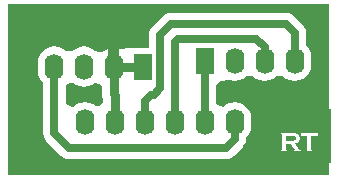
<source format=gbl>
G04*
G04 #@! TF.GenerationSoftware,Altium Limited,Altium Designer,25.5.2 (35)*
G04*
G04 Layer_Physical_Order=2*
G04 Layer_Color=16711680*
%FSLAX44Y44*%
%MOMM*%
G71*
G04*
G04 #@! TF.SameCoordinates,F23A706D-B1B3-47B3-9CEE-07B5173108F3*
G04*
G04*
G04 #@! TF.FilePolarity,Positive*
G04*
G01*
G75*
%ADD10C,0.7000*%
%ADD11C,0.8000*%
%ADD12O,1.6000X2.2000*%
%ADD13O,1.6000X2.2000*%
%ADD14R,1.6000X2.2000*%
G36*
X1174750Y786230D02*
X1176104D01*
Y740410D01*
X1174750D01*
Y730250D01*
X902970D01*
Y875030D01*
X1174750D01*
Y786230D01*
D02*
G37*
%LPC*%
G36*
X1137920Y867340D02*
X1040892D01*
X1038412Y867013D01*
X1036101Y866056D01*
X1034117Y864533D01*
X1024718Y855135D01*
X1023196Y853151D01*
X1022238Y850840D01*
X1021912Y848360D01*
Y837690D01*
X1004270D01*
Y837690D01*
X998270Y836276D01*
X997270Y836690D01*
Y821690D01*
X987270D01*
Y836690D01*
X985714Y836046D01*
X984203Y834886D01*
X982845Y833981D01*
X979862Y834351D01*
X976454Y835290D01*
X974331Y836919D01*
X970925Y838330D01*
X967270Y838811D01*
X963615Y838330D01*
X960210Y836919D01*
X957285Y834675D01*
X952255D01*
X949330Y836919D01*
X945925Y838330D01*
X942270Y838811D01*
X938615Y838330D01*
X935210Y836919D01*
X932285Y834675D01*
X930041Y831750D01*
X928630Y828345D01*
X928149Y824690D01*
Y818690D01*
X928630Y815035D01*
X930041Y811630D01*
X932285Y808705D01*
X932688Y808396D01*
Y765556D01*
X933014Y763076D01*
X933972Y760765D01*
X935494Y758781D01*
X947940Y746335D01*
X949925Y744812D01*
X952236Y743855D01*
X954716Y743528D01*
X1087120D01*
X1089600Y743855D01*
X1091911Y744812D01*
X1093895Y746335D01*
X1101515Y753954D01*
X1103038Y755939D01*
X1103996Y758250D01*
X1104322Y760730D01*
Y761406D01*
X1104725Y761715D01*
X1106969Y764640D01*
X1108380Y768045D01*
X1108861Y771700D01*
Y777700D01*
X1108380Y781355D01*
X1106969Y784760D01*
X1104725Y787685D01*
X1101800Y789929D01*
X1098395Y791340D01*
X1094740Y791821D01*
X1091085Y791340D01*
X1087680Y789929D01*
X1084812Y787729D01*
X1084523Y787775D01*
X1078922Y789939D01*
Y805951D01*
X1083340Y809770D01*
X1089340Y810853D01*
X1091085Y810130D01*
X1094740Y809649D01*
X1098395Y810130D01*
X1101800Y811541D01*
X1104725Y813785D01*
X1110155D01*
X1113080Y811541D01*
X1116485Y810130D01*
X1120140Y809649D01*
X1123795Y810130D01*
X1127200Y811541D01*
X1130125Y813785D01*
X1135555D01*
X1138480Y811541D01*
X1141885Y810130D01*
X1145540Y809649D01*
X1149195Y810130D01*
X1152600Y811541D01*
X1155525Y813785D01*
X1157769Y816710D01*
X1159180Y820115D01*
X1159661Y823770D01*
Y829770D01*
X1159180Y833425D01*
X1157769Y836830D01*
X1155525Y839755D01*
X1155122Y840064D01*
Y850138D01*
X1154796Y852618D01*
X1153838Y854929D01*
X1152315Y856913D01*
X1144695Y864533D01*
X1142711Y866056D01*
X1140400Y867013D01*
X1137920Y867340D01*
D02*
G37*
G36*
X1165614Y766230D02*
X1165263D01*
X1165216Y766090D01*
X1165170Y765973D01*
X1165076Y765786D01*
X1164983Y765693D01*
X1164959Y765669D01*
X1164819Y765599D01*
X1164632Y765553D01*
X1164492Y765529D01*
X1151733D01*
X1151499Y765553D01*
X1151336Y765599D01*
X1151242Y765646D01*
X1151219Y765669D01*
X1151172Y765739D01*
X1151102Y765809D01*
X1151009Y765996D01*
X1150962Y766160D01*
X1150938Y766207D01*
Y766230D01*
X1150588D01*
Y762328D01*
X1150938D01*
X1150985Y762468D01*
X1151009Y762585D01*
X1151102Y762748D01*
X1151172Y762842D01*
X1151196Y762865D01*
X1151359Y762959D01*
X1151546Y763005D01*
X1151686Y763029D01*
X1156453D01*
Y751555D01*
X1156430Y751321D01*
X1156383Y751158D01*
X1156313Y751064D01*
X1156290Y751018D01*
X1156126Y750901D01*
X1155963Y750831D01*
X1155823Y750784D01*
X1155776Y750760D01*
X1155752D01*
Y750410D01*
X1160449D01*
Y750760D01*
X1160192Y750831D01*
X1160029Y750924D01*
X1159912Y750994D01*
X1159889Y751018D01*
X1159818Y751181D01*
X1159772Y751368D01*
X1159748Y751508D01*
Y751532D01*
Y751555D01*
Y763029D01*
X1164445D01*
X1164679Y763005D01*
X1164843Y762959D01*
X1164936Y762888D01*
X1164959Y762865D01*
X1165029Y762795D01*
X1165076Y762725D01*
X1165193Y762538D01*
X1165240Y762398D01*
X1165263Y762351D01*
Y762328D01*
X1165614D01*
Y766230D01*
D02*
G37*
G36*
X1144244Y765529D02*
X1134443D01*
Y765078D01*
X1134616Y764992D01*
X1134709Y764898D01*
X1134733Y764875D01*
X1134826Y764735D01*
X1134873Y764548D01*
X1134896Y764407D01*
Y764384D01*
Y764361D01*
Y751555D01*
X1134873Y751321D01*
X1134826Y751158D01*
X1134756Y751064D01*
X1134733Y751018D01*
X1134569Y750901D01*
X1134443Y750846D01*
Y750410D01*
X1138892D01*
Y750760D01*
X1138635Y750831D01*
X1138472Y750924D01*
X1138355Y750994D01*
X1138332Y751018D01*
X1138261Y751181D01*
X1138215Y751368D01*
X1138191Y751508D01*
Y751532D01*
Y751555D01*
Y756579D01*
X1142211D01*
X1145272Y752116D01*
X1145459Y751859D01*
X1145576Y751648D01*
X1145669Y751485D01*
X1145739Y751345D01*
X1145786Y751251D01*
X1145809Y751205D01*
Y751158D01*
X1145786Y751041D01*
X1145716Y750947D01*
X1145622Y750901D01*
X1145529Y750831D01*
X1145435Y750807D01*
X1145342Y750784D01*
X1145272Y750760D01*
X1145248D01*
Y750410D01*
X1150716D01*
Y750760D01*
X1150530Y750784D01*
X1150343Y750831D01*
X1150202Y750877D01*
X1150062Y750924D01*
X1149945Y750994D01*
X1149875Y751041D01*
X1149829Y751064D01*
X1149805Y751088D01*
X1149665Y751251D01*
X1149478Y751438D01*
X1149291Y751672D01*
X1149104Y751929D01*
X1148941Y752139D01*
X1148800Y752326D01*
X1148707Y752466D01*
X1148683Y752513D01*
X1145739Y756696D01*
X1146113Y756766D01*
X1146464Y756860D01*
X1147094Y757070D01*
X1147655Y757327D01*
X1148123Y757631D01*
X1148543Y757981D01*
X1148870Y758332D01*
X1149151Y758706D01*
X1149361Y759103D01*
X1149525Y759477D01*
X1149665Y759827D01*
X1149759Y760154D01*
X1149805Y760435D01*
X1149852Y760669D01*
X1149875Y760855D01*
Y760972D01*
Y761019D01*
X1149852Y761416D01*
X1149805Y761790D01*
X1149735Y762141D01*
X1149665Y762445D01*
X1149595Y762702D01*
X1149525Y762888D01*
X1149478Y763005D01*
X1149455Y763052D01*
X1149268Y763403D01*
X1149057Y763706D01*
X1148847Y763987D01*
X1148637Y764197D01*
X1148450Y764384D01*
X1148286Y764501D01*
X1148193Y764594D01*
X1148146Y764618D01*
X1147866Y764781D01*
X1147562Y764945D01*
X1147258Y765062D01*
X1146978Y765155D01*
X1146744Y765225D01*
X1146534Y765272D01*
X1146417Y765319D01*
X1146370D01*
X1145973Y765389D01*
X1145529Y765436D01*
X1145061Y765482D01*
X1144617Y765506D01*
X1144244Y765529D01*
D02*
G37*
%LPD*%
G36*
X960210Y806461D02*
X963615Y805050D01*
X967270Y804569D01*
X970925Y805050D01*
X974331Y806461D01*
X976183Y807883D01*
X980022Y806777D01*
X982184Y805272D01*
Y798938D01*
X982527Y796328D01*
X983054Y795057D01*
Y790596D01*
X979786Y788811D01*
X977054Y788200D01*
X974800Y789929D01*
X971395Y791340D01*
X967740Y791821D01*
X964085Y791340D01*
X960680Y789929D01*
X957852Y787759D01*
X957385Y787820D01*
X951852Y789848D01*
Y805930D01*
X955469Y807777D01*
X957852Y808270D01*
X960210Y806461D01*
D02*
G37*
G36*
X1144290Y763005D02*
X1144501D01*
X1144664Y762982D01*
X1144781D01*
X1144851Y762959D01*
X1144874D01*
X1145202Y762888D01*
X1145459Y762795D01*
X1145576Y762748D01*
X1145646Y762702D01*
X1145692Y762678D01*
X1145716D01*
X1145996Y762491D01*
X1146207Y762234D01*
X1146370Y761977D01*
X1146464Y761697D01*
X1146534Y761440D01*
X1146557Y761229D01*
X1146580Y761089D01*
Y761066D01*
Y761042D01*
X1146534Y760622D01*
X1146440Y760295D01*
X1146300Y759991D01*
X1146160Y759781D01*
X1145996Y759617D01*
X1145856Y759500D01*
X1145762Y759430D01*
X1145716Y759407D01*
X1145435Y759267D01*
X1145155Y759196D01*
X1145038Y759150D01*
X1144945D01*
X1144898Y759126D01*
X1144874D01*
X1144664Y759103D01*
X1144431D01*
X1143916Y759080D01*
X1138191D01*
Y763029D01*
X1144010D01*
X1144290Y763005D01*
D02*
G37*
D10*
X942270Y765556D02*
Y821690D01*
Y765556D02*
X954716Y753110D01*
X1087120D01*
X1094740Y760730D01*
Y774700D01*
X1145540Y826770D02*
Y850138D01*
X1137920Y857758D02*
X1145540Y850138D01*
X1040892Y857758D02*
X1137920D01*
X1031494Y848360D02*
X1040892Y857758D01*
X1031494Y803402D02*
Y848360D01*
X1026160Y798068D02*
X1031494Y803402D01*
X1024128Y798068D02*
X1026160D01*
X1018540Y792480D02*
X1024128Y798068D01*
X1018540Y774700D02*
Y792480D01*
X1043940Y774700D02*
Y842264D01*
X1046734Y845058D01*
X1113282D01*
X1120140Y838200D01*
Y826770D02*
Y838200D01*
X1069340Y774700D02*
Y826770D01*
D11*
X992270Y798938D02*
Y821690D01*
Y798938D02*
X993140Y798068D01*
Y774700D02*
Y798068D01*
X992270Y821690D02*
X1017270D01*
D12*
X1094740Y774700D02*
D03*
X1069340D02*
D03*
X1043940D02*
D03*
X1018540D02*
D03*
X993140D02*
D03*
X967740D02*
D03*
D13*
X942270Y821690D02*
D03*
X1120140Y826770D02*
D03*
X992270Y821690D02*
D03*
X967270D02*
D03*
X1094740Y826770D02*
D03*
X1145540D02*
D03*
D14*
X1017270Y821690D02*
D03*
X1069340Y826770D02*
D03*
M02*

</source>
